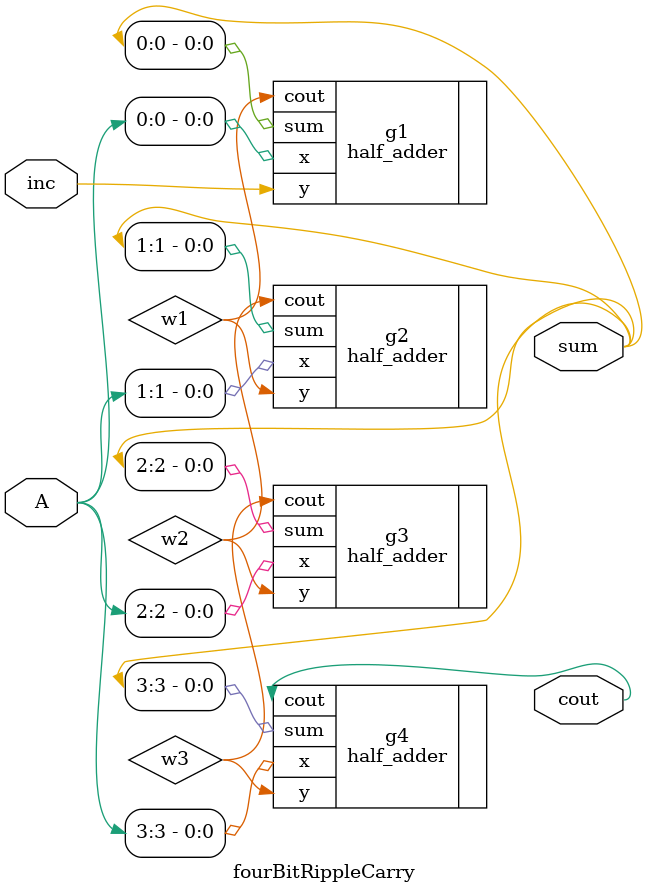
<source format=v>
module fourBitRippleCarry(A,inc,sum,cout); // array thing to make the thing work each four bits
input [3:0]A;
input inc;
output [3:0]sum;
output cout;
wire w1,w2,w3;

half_adder g1 (.x(A[0]), .y(inc), .sum(sum[0]), .cout(w1));
half_adder g2 (.x(A[1]), .y(w1), .sum(sum[1]), .cout(w2)); //
half_adder g3 (.x(A[2]), .y(w2), .sum(sum[2]), .cout(w3));
half_adder g4 (.x(A[3]), .y(w3), .sum(sum[3]), .cout(cout)); 

endmodule
</source>
